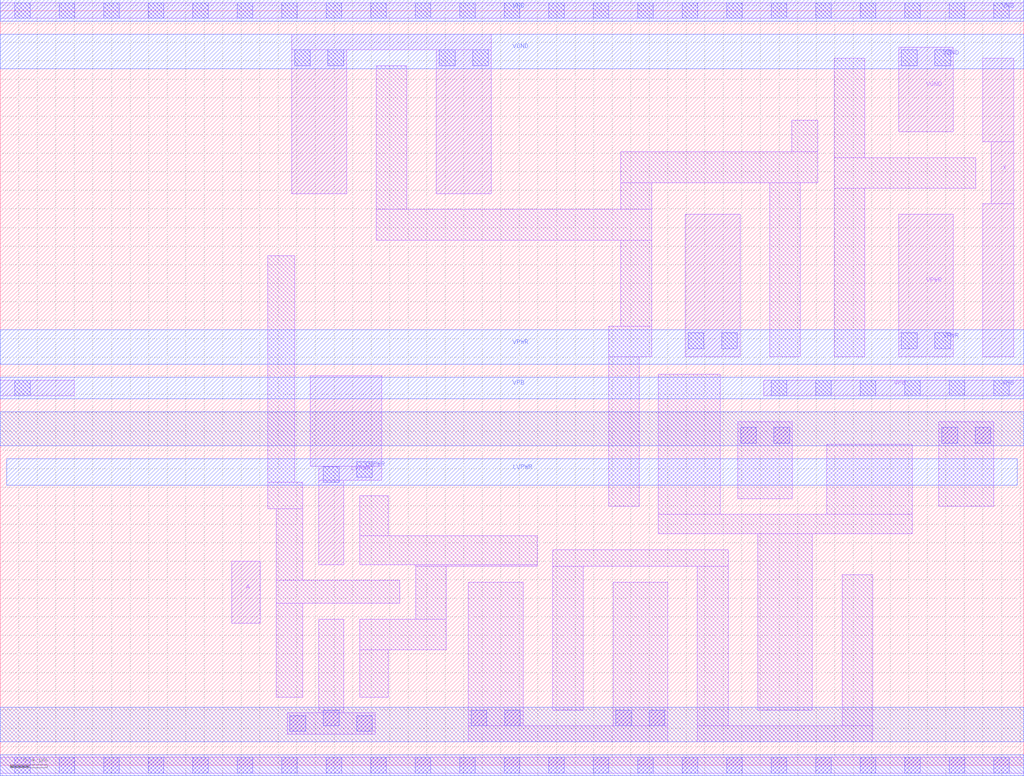
<source format=lef>
# Copyright 2020 The SkyWater PDK Authors
#
# Licensed under the Apache License, Version 2.0 (the "License");
# you may not use this file except in compliance with the License.
# You may obtain a copy of the License at
#
#     https://www.apache.org/licenses/LICENSE-2.0
#
# Unless required by applicable law or agreed to in writing, software
# distributed under the License is distributed on an "AS IS" BASIS,
# WITHOUT WARRANTIES OR CONDITIONS OF ANY KIND, either express or implied.
# See the License for the specific language governing permissions and
# limitations under the License.
#
# SPDX-License-Identifier: Apache-2.0

VERSION 5.7 ;
  NAMESCASESENSITIVE ON ;
  NOWIREEXTENSIONATPIN ON ;
  DIVIDERCHAR "/" ;
  BUSBITCHARS "[]" ;
UNITS
  DATABASE MICRONS 200 ;
END UNITS
SITE unithvdbl
  SYMMETRY y ;
  CLASS CORE ;
  SIZE  11.04000 BY  8.140000 ;
END unithvdbl
MACRO sky130_fd_sc_hvl__lsbuflv2hv_symmetric_1
  CLASS CORE ;
  SOURCE USER ;
  FOREIGN sky130_fd_sc_hvl__lsbuflv2hv_symmetric_1 ;
  ORIGIN  0.000000  0.000000 ;
  SIZE  11.04000 BY  8.140000 ;
  SYMMETRY X Y ;
  SITE unithvdbl ;
  PIN A
    ANTENNAGATEAREA  0.252000 ;
    DIRECTION INPUT ;
    USE SIGNAL ;
    PORT
      LAYER li1 ;
        RECT 2.495000 1.530000 2.805000 2.200000 ;
    END
  END A
  PIN X
    ANTENNADIFFAREA  0.596250 ;
    DIRECTION OUTPUT ;
    USE SIGNAL ;
    PORT
      LAYER li1 ;
        RECT 10.600000 4.405000 10.930000 6.055000 ;
        RECT 10.600000 6.725000 10.930000 7.625000 ;
        RECT 10.690000 6.055000 10.930000 6.725000 ;
    END
  END X
  PIN LVPWR
    DIRECTION INOUT ;
    USE POWER ;
    PORT
      LAYER li1 ;
        RECT 3.345000 3.225000 4.115000 4.200000 ;
        RECT 3.435000 2.165000 3.705000 3.075000 ;
        RECT 3.435000 3.075000 4.115000 3.225000 ;
      LAYER mcon ;
        RECT 3.485000 3.050000 3.655000 3.220000 ;
        RECT 3.845000 3.105000 4.015000 3.275000 ;
      LAYER met1 ;
        RECT 0.070000 3.020000 10.970000 3.305000 ;
    END
  END LVPWR
  PIN VGND
    DIRECTION INOUT ;
    USE GROUND ;
    PORT
      LAYER li1 ;
        RECT 3.145000 6.165000  3.735000 7.715000 ;
        RECT 3.145000 7.715000  5.295000 7.885000 ;
        RECT 4.705000 6.165000  5.295000 7.715000 ;
        RECT 9.690000 6.835000 10.280000 7.745000 ;
      LAYER mcon ;
        RECT  3.175000 7.545000  3.345000 7.715000 ;
        RECT  3.535000 7.545000  3.705000 7.715000 ;
        RECT  4.735000 7.545000  4.905000 7.715000 ;
        RECT  5.095000 7.545000  5.265000 7.715000 ;
        RECT  9.720000 7.545000  9.890000 7.715000 ;
        RECT 10.080000 7.545000 10.250000 7.715000 ;
      LAYER met1 ;
        RECT 0.000000 7.515000 11.040000 7.885000 ;
    END
  END VGND
  PIN VNB
    DIRECTION INOUT ;
    USE GROUND ;
    PORT
      LAYER li1 ;
        RECT 0.000000 8.055000 11.040000 8.225000 ;
      LAYER mcon ;
        RECT  0.155000 8.055000  0.325000 8.225000 ;
        RECT  0.635000 8.055000  0.805000 8.225000 ;
        RECT  1.115000 8.055000  1.285000 8.225000 ;
        RECT  1.595000 8.055000  1.765000 8.225000 ;
        RECT  2.075000 8.055000  2.245000 8.225000 ;
        RECT  2.555000 8.055000  2.725000 8.225000 ;
        RECT  3.035000 8.055000  3.205000 8.225000 ;
        RECT  3.515000 8.055000  3.685000 8.225000 ;
        RECT  3.995000 8.055000  4.165000 8.225000 ;
        RECT  4.475000 8.055000  4.645000 8.225000 ;
        RECT  4.955000 8.055000  5.125000 8.225000 ;
        RECT  5.435000 8.055000  5.605000 8.225000 ;
        RECT  5.915000 8.055000  6.085000 8.225000 ;
        RECT  6.395000 8.055000  6.565000 8.225000 ;
        RECT  6.875000 8.055000  7.045000 8.225000 ;
        RECT  7.355000 8.055000  7.525000 8.225000 ;
        RECT  7.835000 8.055000  8.005000 8.225000 ;
        RECT  8.315000 8.055000  8.485000 8.225000 ;
        RECT  8.795000 8.055000  8.965000 8.225000 ;
        RECT  9.275000 8.055000  9.445000 8.225000 ;
        RECT  9.755000 8.055000  9.925000 8.225000 ;
        RECT 10.235000 8.055000 10.405000 8.225000 ;
        RECT 10.715000 8.055000 10.885000 8.225000 ;
      LAYER met1 ;
        RECT 0.000000 8.025000 11.040000 8.255000 ;
    END
  END VNB
  PIN VPB
    DIRECTION INOUT ;
    USE POWER ;
    PORT
      LAYER li1 ;
        RECT 0.000000 3.985000  0.800000 4.155000 ;
        RECT 8.235000 3.985000 11.040000 4.155000 ;
      LAYER mcon ;
        RECT  0.155000 3.985000  0.325000 4.155000 ;
        RECT  8.315000 3.985000  8.485000 4.155000 ;
        RECT  8.795000 3.985000  8.965000 4.155000 ;
        RECT  9.275000 3.985000  9.445000 4.155000 ;
        RECT  9.755000 3.985000  9.925000 4.155000 ;
        RECT 10.235000 3.985000 10.405000 4.155000 ;
        RECT 10.715000 3.985000 10.885000 4.155000 ;
      LAYER met1 ;
        RECT 0.000000 3.955000 11.040000 4.185000 ;
    END
  END VPB
  PIN VPWR
    DIRECTION INOUT ;
    USE POWER ;
    PORT
      LAYER li1 ;
        RECT 7.390000 4.405000  7.980000 5.945000 ;
        RECT 9.690000 4.405000 10.280000 5.945000 ;
      LAYER mcon ;
        RECT  7.420000 4.495000  7.590000 4.665000 ;
        RECT  7.780000 4.495000  7.950000 4.665000 ;
        RECT  9.720000 4.495000  9.890000 4.665000 ;
        RECT 10.080000 4.495000 10.250000 4.665000 ;
      LAYER met1 ;
        RECT 0.000000 4.325000 11.040000 4.695000 ;
    END
  END VPWR
  OBS
    LAYER li1 ;
      RECT  0.000000 -0.085000 11.040000 0.085000 ;
      RECT  2.885000  2.765000  3.265000 3.055000 ;
      RECT  2.885000  3.055000  3.175000 5.495000 ;
      RECT  2.975000  0.735000  3.265000 1.745000 ;
      RECT  2.975000  1.745000  4.310000 1.995000 ;
      RECT  2.975000  1.995000  3.265000 2.765000 ;
      RECT  3.095000  0.335000  4.045000 0.565000 ;
      RECT  3.435000  0.565000  3.705000 1.575000 ;
      RECT  3.875000  0.735000  4.185000 1.245000 ;
      RECT  3.875000  1.245000  4.810000 1.575000 ;
      RECT  3.875000  2.165000  5.790000 2.475000 ;
      RECT  3.875000  2.475000  4.185000 2.905000 ;
      RECT  4.055000  5.665000  7.025000 5.995000 ;
      RECT  4.055000  5.995000  4.385000 7.545000 ;
      RECT  4.480000  1.575000  4.810000 2.145000 ;
      RECT  4.480000  2.145000  5.790000 2.165000 ;
      RECT  5.050000  0.255000  7.200000 0.425000 ;
      RECT  5.050000  0.425000  5.640000 1.975000 ;
      RECT  5.960000  0.595000  6.290000 2.145000 ;
      RECT  5.960000  2.145000  7.850000 2.325000 ;
      RECT  6.565000  2.795000  6.895000 4.405000 ;
      RECT  6.565000  4.405000  7.025000 4.735000 ;
      RECT  6.610000  0.425000  7.200000 1.975000 ;
      RECT  6.695000  4.735000  7.025000 5.665000 ;
      RECT  6.695000  5.995000  7.025000 6.285000 ;
      RECT  6.695000  6.285000  8.815000 6.615000 ;
      RECT  7.095000  2.495000  9.835000 2.705000 ;
      RECT  7.095000  2.705000  7.765000 4.215000 ;
      RECT  7.520000  0.255000  9.410000 0.425000 ;
      RECT  7.520000  0.425000  7.850000 2.145000 ;
      RECT  7.955000  2.875000  8.545000 3.705000 ;
      RECT  8.170000  0.595000  8.760000 2.495000 ;
      RECT  8.300000  4.405000  8.630000 6.285000 ;
      RECT  8.535000  6.615000  8.815000 6.955000 ;
      RECT  8.915000  2.705000  9.835000 3.465000 ;
      RECT  8.995000  4.405000  9.325000 6.225000 ;
      RECT  8.995000  6.225000 10.520000 6.555000 ;
      RECT  8.995000  6.555000  9.325000 7.625000 ;
      RECT  9.080000  0.425000  9.410000 2.055000 ;
      RECT 10.125000  2.795000 10.715000 3.705000 ;
    LAYER mcon ;
      RECT  0.155000 -0.085000  0.325000 0.085000 ;
      RECT  0.635000 -0.085000  0.805000 0.085000 ;
      RECT  1.115000 -0.085000  1.285000 0.085000 ;
      RECT  1.595000 -0.085000  1.765000 0.085000 ;
      RECT  2.075000 -0.085000  2.245000 0.085000 ;
      RECT  2.555000 -0.085000  2.725000 0.085000 ;
      RECT  3.035000 -0.085000  3.205000 0.085000 ;
      RECT  3.125000  0.365000  3.295000 0.535000 ;
      RECT  3.485000  0.425000  3.655000 0.595000 ;
      RECT  3.515000 -0.085000  3.685000 0.085000 ;
      RECT  3.845000  0.365000  4.015000 0.535000 ;
      RECT  3.995000 -0.085000  4.165000 0.085000 ;
      RECT  4.475000 -0.085000  4.645000 0.085000 ;
      RECT  4.955000 -0.085000  5.125000 0.085000 ;
      RECT  5.080000  0.425000  5.250000 0.595000 ;
      RECT  5.435000 -0.085000  5.605000 0.085000 ;
      RECT  5.440000  0.425000  5.610000 0.595000 ;
      RECT  5.915000 -0.085000  6.085000 0.085000 ;
      RECT  6.395000 -0.085000  6.565000 0.085000 ;
      RECT  6.640000  0.425000  6.810000 0.595000 ;
      RECT  6.875000 -0.085000  7.045000 0.085000 ;
      RECT  7.000000  0.425000  7.170000 0.595000 ;
      RECT  7.355000 -0.085000  7.525000 0.085000 ;
      RECT  7.835000 -0.085000  8.005000 0.085000 ;
      RECT  7.985000  3.475000  8.155000 3.645000 ;
      RECT  8.315000 -0.085000  8.485000 0.085000 ;
      RECT  8.345000  3.475000  8.515000 3.645000 ;
      RECT  8.795000 -0.085000  8.965000 0.085000 ;
      RECT  9.275000 -0.085000  9.445000 0.085000 ;
      RECT  9.755000 -0.085000  9.925000 0.085000 ;
      RECT 10.155000  3.475000 10.325000 3.645000 ;
      RECT 10.235000 -0.085000 10.405000 0.085000 ;
      RECT 10.515000  3.475000 10.685000 3.645000 ;
      RECT 10.715000 -0.085000 10.885000 0.085000 ;
    LAYER met1 ;
      RECT 0.000000 -0.115000 11.040000 0.115000 ;
      RECT 0.000000  0.255000 11.040000 0.625000 ;
      RECT 0.000000  3.445000 11.040000 3.815000 ;
  END
END sky130_fd_sc_hvl__lsbuflv2hv_symmetric_1

</source>
